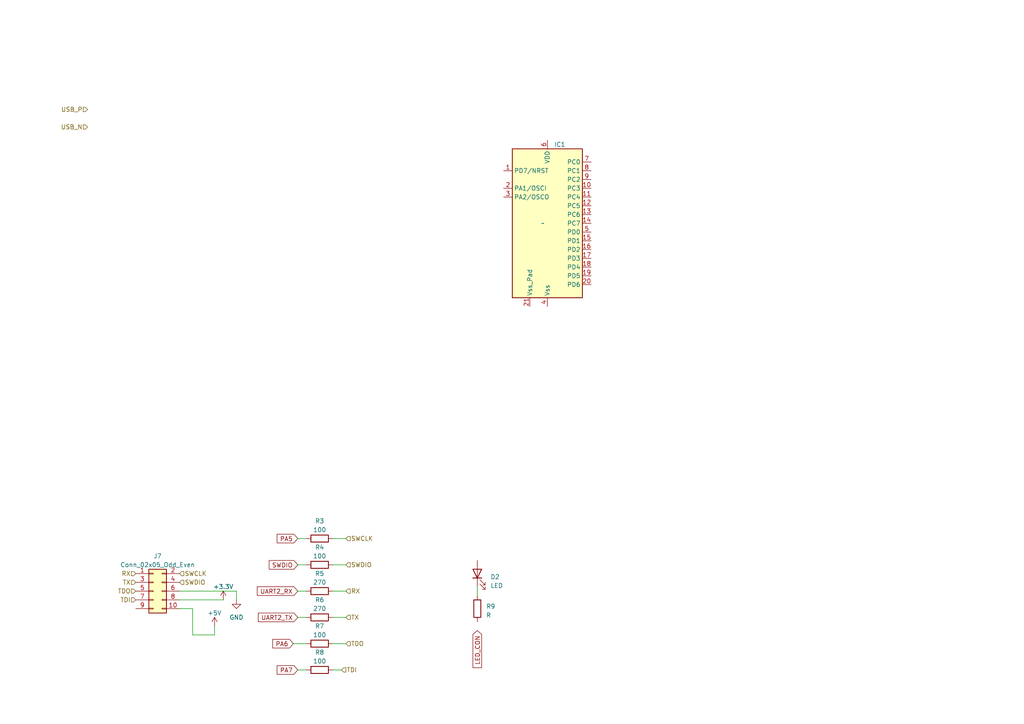
<source format=kicad_sch>
(kicad_sch (version 20230121) (generator eeschema)
  (paper "A4")
  (lib_symbols
    (symbol "Connector_Generic:Conn_02x05_Odd_Even" (pin_names (offset 1.016) hide)
      (property "Reference" "J" (at 1.27 7.62 0))
      (property "Value" "Conn_02x05_Odd_Even" (at 1.27 -7.62 0))
      (symbol "Conn_02x05_Odd_Even_1_1"
        (rectangle (start -1.27 -4.953) (end 0 -5.207) (stroke (width 0.1524)))
        (rectangle (start -1.27 -2.413) (end 0 -2.667) (stroke (width 0.1524)))
        (rectangle (start -1.27 0.127) (end 0 -0.127) (stroke (width 0.1524)))
        (rectangle (start -1.27 2.667) (end 0 2.413) (stroke (width 0.1524)))
        (rectangle (start -1.27 5.207) (end 0 4.953) (stroke (width 0.1524)))
        (rectangle (start -1.27 6.35) (end 3.81 -6.35) (stroke (width 0.254)) (fill (type background)))
        (rectangle (start 3.81 -4.953) (end 2.54 -5.207) (stroke (width 0.1524)))
        (rectangle (start 3.81 -2.413) (end 2.54 -2.667) (stroke (width 0.1524)))
        (rectangle (start 3.81 0.127) (end 2.54 -0.127) (stroke (width 0.1524)))
        (rectangle (start 3.81 2.667) (end 2.54 2.413) (stroke (width 0.1524)))
        (rectangle (start 3.81 5.207) (end 2.54 4.953) (stroke (width 0.1524)))
        (pin passive line (at -5.08 5.08 0) (length 3.81) (name "Pin_1") (number "1"))
        (pin passive line (at 7.62 -5.08 180) (length 3.81) (name "Pin_10") (number "10"))
        (pin passive line (at 7.62 5.08 180) (length 3.81) (name "Pin_2") (number "2"))
        (pin passive line (at -5.08 2.54 0) (length 3.81) (name "Pin_3") (number "3"))
        (pin passive line (at 7.62 2.54 180) (length 3.81) (name "Pin_4") (number "4"))
        (pin passive line (at -5.08 0 0) (length 3.81) (name "Pin_5") (number "5"))
        (pin passive line (at 7.62 0 180) (length 3.81) (name "Pin_6") (number "6"))
        (pin passive line (at -5.08 -2.54 0) (length 3.81) (name "Pin_7") (number "7"))
        (pin passive line (at 7.62 -2.54 180) (length 3.81) (name "Pin_8") (number "8"))
        (pin passive line (at -5.08 -5.08 0) (length 3.81) (name "Pin_9") (number "9"))
      )
    )
    (symbol "Device:LED" (pin_numbers hide) (pin_names (offset 1.016) hide)
      (property "Reference" "D" (at 0 2.54 0))
      (property "Value" "LED" (at 0 -2.54 0))
      (symbol "LED_0_1"
        (polyline (pts (xy -1.27 -1.27) (xy -1.27 1.27)) (stroke (width 0.254)))
        (polyline (pts (xy -1.27 0) (xy 1.27 0)))
        (polyline (pts (xy 1.27 -1.27) (xy 1.27 1.27) (xy -1.27 0) (xy 1.27 -1.27)) (stroke (width 0.254)))
        (polyline (pts (xy -3.048 -0.762) (xy -4.572 -2.286) (xy -3.81 -2.286) (xy -4.572 -2.286) (xy -4.572 -1.524)))
        (polyline (pts (xy -1.778 -0.762) (xy -3.302 -2.286) (xy -2.54 -2.286) (xy -3.302 -2.286) (xy -3.302 -1.524)))
      )
      (symbol "LED_1_1"
        (pin passive line (at -3.81 0 0) (length 2.54) (name "K") (number "1"))
        (pin passive line (at 3.81 0 180) (length 2.54) (name "A") (number "2"))
      )
    )
    (symbol "Device:R" (pin_numbers hide) (pin_names (offset 0))
      (property "Reference" "R" (at 2.032 0 90))
      (property "Value" "R" (at 0 0 90))
      (symbol "R_0_1"
        (rectangle (start -1.016 -2.54) (end 1.016 2.54) (stroke (width 0.254)))
      )
      (symbol "R_1_1"
        (pin passive line (at 0 3.81 270) (length 1.27) (name "~") (number "1"))
        (pin passive line (at 0 -3.81 90) (length 1.27) (name "~") (number "2"))
      )
    )
    (symbol "WCH:CH32V203G8R"
      (property "Reference" "IC" (at 0 3.81 0))
      (symbol "CH32V203G8R_1_1"
        (rectangle (start -8.89 21.59) (end 11.43 -21.59) (stroke (width 0.254)) (fill (type background)))
        (pin input line (at -11.43 15.24 0) (length 2.54) (name "PD7/NRST") (number "1"))
        (pin input line (at 13.97 10.16 180) (length 2.54) (name "PC3") (number "10"))
        (pin input line (at 13.97 7.62 180) (length 2.54) (name "PC4") (number "11"))
        (pin input line (at 13.97 5.08 180) (length 2.54) (name "PC5") (number "12"))
        (pin input line (at 13.97 2.54 180) (length 2.54) (name "PC6") (number "13"))
        (pin input line (at 13.97 0 180) (length 2.54) (name "PC7") (number "14"))
        (pin input line (at 13.97 -5.08 180) (length 2.54) (name "PD1") (number "15"))
        (pin input line (at 13.97 -7.62 180) (length 2.54) (name "PD2") (number "16"))
        (pin input line (at 13.97 -10.16 180) (length 2.54) (name "PD3") (number "17"))
        (pin input line (at 13.97 -12.7 180) (length 2.54) (name "PD4") (number "18"))
        (pin input line (at 13.97 -15.24 180) (length 2.54) (name "PD5") (number "19"))
        (pin input line (at -11.43 10.16 0) (length 2.54) (name "PA1/OSCI") (number "2"))
        (pin input line (at 13.97 -17.78 180) (length 2.54) (name "PD6") (number "20"))
        (pin input line (at -3.81 -24.13 90) (length 2.54) (name "Vss_Pad") (number "21"))
        (pin input line (at -11.43 7.62 0) (length 2.54) (name "PA2/OSCO") (number "3"))
        (pin input line (at 1.27 -24.13 90) (length 2.54) (name "Vss") (number "4"))
        (pin input line (at 13.97 -2.54 180) (length 2.54) (name "PD0") (number "5"))
        (pin input line (at 1.27 24.13 270) (length 2.54) (name "VDD") (number "6"))
        (pin input line (at 13.97 17.78 180) (length 2.54) (name "PC0") (number "7"))
        (pin input line (at 13.97 15.24 180) (length 2.54) (name "PC1") (number "8"))
        (pin input line (at 13.97 12.7 180) (length 2.54) (name "PC2") (number "9"))
      )
    )
    (symbol "power:+3.3V" (power) (pin_names (offset 0))
      (property "Value" "+3.3V" (at 0 3.556 0))
      (symbol "+3.3V_0_1"
        (polyline (pts (xy -0.762 1.27) (xy 0 2.54)))
        (polyline (pts (xy 0 0) (xy 0 2.54)))
        (polyline (pts (xy 0 2.54) (xy 0.762 1.27)))
      )
      (symbol "+3.3V_1_1"
        (pin power_in line (at 0 0 90) (length 0) hide (name "+3.3V") (number "1"))
      )
    )
    (symbol "power:+5V" (power) (pin_names (offset 0))
      (property "Value" "+5V" (at 0 3.556 0))
      (symbol "+5V_0_1"
        (polyline (pts (xy -0.762 1.27) (xy 0 2.54)))
        (polyline (pts (xy 0 0) (xy 0 2.54)))
        (polyline (pts (xy 0 2.54) (xy 0.762 1.27)))
      )
      (symbol "+5V_1_1"
        (pin power_in line (at 0 0 90) (length 0) hide (name "+5V") (number "1"))
      )
    )
    (symbol "power:GND" (power) (pin_names (offset 0))
      (property "Value" "GND" (at 0 -3.81 0))
      (symbol "GND_0_1"
        (polyline (pts (xy 0 0) (xy 0 -1.27) (xy 1.27 -1.27) (xy 0 -2.54) (xy -1.27 -1.27) (xy 0 -1.27)))
      )
      (symbol "GND_1_1"
        (pin power_in line (at 0 0 270) (length 0) hide (name "GND") (number "1"))
      )
    )
  )
  (wire (pts (xy 85.09 186.69) (xy 88.9 186.69)))
  (wire (pts (xy 100.33 171.45) (xy 96.52 171.45)))
  (wire (pts (xy 52.07 176.53) (xy 55.88 176.53)))
  (wire (pts (xy 86.36 179.07) (xy 88.9 179.07)))
  (wire (pts (xy 100.33 163.83) (xy 96.52 163.83)))
  (wire (pts (xy 86.36 163.83) (xy 88.9 163.83)))
  (wire (pts (xy 86.36 171.45) (xy 88.9 171.45)))
  (wire (pts (xy 52.07 173.99) (xy 64.77 173.99)))
  (wire (pts (xy 55.88 176.53) (xy 55.88 184.15)))
  (wire (pts (xy 62.23 184.15) (xy 62.23 181.61)))
  (wire (pts (xy 96.52 194.31) (xy 99.06 194.31)))
  (wire (pts (xy 68.58 171.45) (xy 68.58 173.99)))
  (wire (pts (xy 100.33 156.21) (xy 96.52 156.21)))
  (wire (pts (xy 86.36 156.21) (xy 88.9 156.21)))
  (wire (pts (xy 52.07 171.45) (xy 68.58 171.45)))
  (wire (pts (xy 138.43 170.18) (xy 138.43 172.72)))
  (wire (pts (xy 100.33 186.69) (xy 96.52 186.69)))
  (wire (pts (xy 55.88 184.15) (xy 62.23 184.15)))
  (wire (pts (xy 86.36 194.31) (xy 88.9 194.31)))
  (wire (pts (xy 100.33 179.07) (xy 96.52 179.07)))
  (global_label "UART2_RX" (shape input) (at 86.36 171.45 180) (property "Intersheetrefs" "${INTERSHEET_REFS}" (effects hide)))
  (global_label "PA6" (shape input) (at 85.09 186.69 180) (property "Intersheetrefs" "${INTERSHEET_REFS}" (effects hide)))
  (global_label "SWDIO" (shape input) (at 86.36 163.83 180) (property "Intersheetrefs" "${INTERSHEET_REFS}" (effects hide)))
  (global_label "PA5" (shape input) (at 86.36 156.21 180) (property "Intersheetrefs" "${INTERSHEET_REFS}" (effects hide)))
  (global_label "LED_CON" (shape input) (at 138.43 182.88 270) (property "Intersheetrefs" "${INTERSHEET_REFS}" (effects hide)))
  (global_label "UART2_TX" (shape input) (at 86.36 179.07 180) (property "Intersheetrefs" "${INTERSHEET_REFS}" (effects hide)))
  (global_label "PA7" (shape input) (at 86.36 194.31 180) (property "Intersheetrefs" "${INTERSHEET_REFS}" (effects hide)))
  (hierarchical_label "RX" (shape input) (at 100.33 171.45 0))
  (hierarchical_label "SWDIO" (shape input) (at 100.33 163.83 0))
  (hierarchical_label "TDI" (shape input) (at 39.37 173.99 180))
  (hierarchical_label "TX" (shape input) (at 100.33 179.07 0))
  (hierarchical_label "TDO" (shape input) (at 39.37 171.45 180))
  (hierarchical_label "TDI" (shape input) (at 99.06 194.31 0))
  (hierarchical_label "RX" (shape input) (at 39.37 166.37 180))
  (hierarchical_label "TX" (shape input) (at 39.37 168.91 180))
  (hierarchical_label "USB_P" (shape input) (at 25.4 31.75 180))
  (hierarchical_label "SWCLK" (shape input) (at 100.33 156.21 0))
  (hierarchical_label "SWDIO" (shape input) (at 52.07 168.91 0))
  (hierarchical_label "SWCLK" (shape input) (at 52.07 166.37 0))
  (hierarchical_label "TDO" (shape input) (at 100.33 186.69 0))
  (hierarchical_label "USB_N" (shape input) (at 25.4 36.83 180))
  (symbol (lib_id "power:GND") (at 68.58 173.99 0) (unit 1)
    (property "Reference" "#PWR010" (effects hide))
    (property "Value" "GND" (at 68.58 179.07 0))
  )
  (symbol (lib_id "Device:R") (at 92.71 171.45 90) (unit 1)
    (property "Reference" "R5" (at 92.71 166.37 90))
    (property "Value" "270" (at 92.71 168.91 90))
  )
  (symbol (lib_id "power:+5V") (at 62.23 181.61 0) (unit 1)
    (property "Reference" "#PWR011" (effects hide))
    (property "Value" "+5V" (at 62.23 177.8 0))
  )
  (symbol (lib_id "power:+3.3V") (at 64.77 173.99 0) (unit 1)
    (property "Reference" "#PWR012" (effects hide))
    (property "Value" "+3.3V" (at 64.77 170.18 0))
  )
  (symbol (lib_id "Device:R") (at 92.71 186.69 90) (unit 1)
    (property "Reference" "R7" (at 92.71 181.61 90))
    (property "Value" "100" (at 92.71 184.15 90))
  )
  (symbol (lib_id "Device:R") (at 92.71 163.83 90) (unit 1)
    (property "Reference" "R4" (at 92.71 158.75 90))
    (property "Value" "100" (at 92.71 161.29 90))
  )
  (symbol (lib_id "WCH:CH32V203G8R") (at 157.48 64.77 0) (unit 1)
    (property "Reference" "IC1" (at 160.7059 41.91 0) (effects (justify left)))
    (property "Value" "~" (at 157.48 64.77 0))
  )
  (symbol (lib_id "Device:R") (at 138.43 176.53 0) (unit 1)
    (property "Reference" "R9" (at 140.97 175.895 0) (effects (justify left)))
    (property "Value" "R" (at 140.97 178.435 0) (effects (justify left)))
  )
  (symbol (lib_id "Device:LED") (at 138.43 166.37 90) (unit 1)
    (property "Reference" "D2" (at 142.24 167.3225 90) (effects (justify right)))
    (property "Value" "LED" (at 142.24 169.8625 90) (effects (justify right)))
  )
  (symbol (lib_id "Device:R") (at 92.71 179.07 90) (unit 1)
    (property "Reference" "R6" (at 92.71 173.99 90))
    (property "Value" "270" (at 92.71 176.53 90))
  )
  (symbol (lib_id "Device:R") (at 92.71 156.21 90) (unit 1)
    (property "Reference" "R3" (at 92.71 151.13 90))
    (property "Value" "100" (at 92.71 153.67 90))
  )
  (symbol (lib_id "Device:R") (at 92.71 194.31 90) (unit 1)
    (property "Reference" "R8" (at 92.71 189.23 90))
    (property "Value" "100" (at 92.71 191.77 90))
  )
  (symbol (lib_id "Connector_Generic:Conn_02x05_Odd_Even") (at 44.45 171.45 0) (unit 1)
    (property "Reference" "J7" (at 45.72 161.29 0))
    (property "Value" "Conn_02x05_Odd_Even" (at 45.72 163.83 0))
  )
)
</source>
